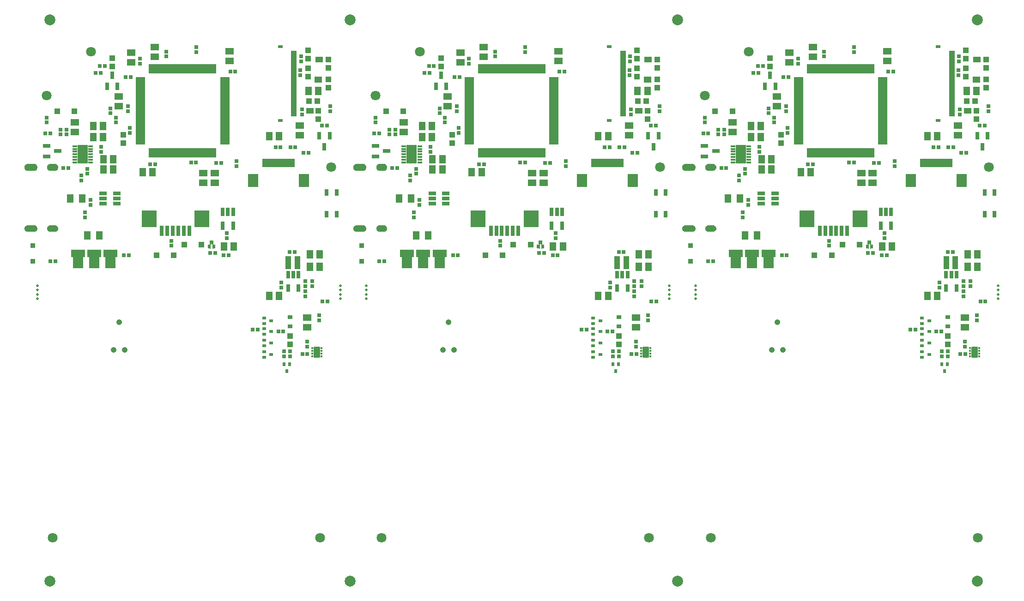
<source format=gts>
G04 Layer_Color=8388736*
%FSLAX25Y25*%
%MOIN*%
G70*
G01*
G75*
%ADD47R,0.00394X0.00394*%
%ADD48P,0.02895X4X90.0*%
%ADD75C,0.01969*%
%ADD136R,0.03937X0.47244*%
%ADD137R,0.23622X0.05906*%
%ADD138R,0.49134X0.06614*%
%ADD139R,0.06614X0.49134*%
%ADD140R,0.00984X0.05906*%
%ADD141R,0.00984X0.05866*%
%ADD142C,0.07874*%
%ADD143R,0.02953X0.02913*%
%ADD144R,0.03740X0.02953*%
%ADD145R,0.02953X0.05118*%
%ADD146R,0.03740X0.01772*%
%ADD147R,0.03740X0.02165*%
%ADD148R,0.10827X0.12402*%
%ADD149R,0.02953X0.07677*%
%ADD150R,0.03937X0.09252*%
%ADD151R,0.05315X0.02874*%
%ADD152R,0.02874X0.05315*%
%ADD153R,0.03741X0.03347*%
%ADD154R,0.02953X0.06103*%
%ADD155R,0.04134X0.04331*%
%ADD156R,0.07678X0.09252*%
%ADD157R,0.01772X0.05709*%
%ADD158R,0.04843X0.06181*%
%ADD159R,0.06181X0.04843*%
%ADD160R,0.04252X0.04095*%
%ADD161R,0.04095X0.04252*%
%ADD162R,0.02913X0.02953*%
%ADD163R,0.01300X0.01497*%
G04:AMPARAMS|DCode=164|XSize=76.78mil|YSize=46.85mil|CornerRadius=3.36mil|HoleSize=0mil|Usage=FLASHONLY|Rotation=270.000|XOffset=0mil|YOffset=0mil|HoleType=Round|Shape=RoundedRectangle|*
%AMROUNDEDRECTD164*
21,1,0.07678,0.04012,0,0,270.0*
21,1,0.07005,0.04685,0,0,270.0*
1,1,0.00672,-0.02006,-0.03503*
1,1,0.00672,-0.02006,0.03503*
1,1,0.00672,0.02006,0.03503*
1,1,0.00672,0.02006,-0.03503*
%
%ADD164ROUNDEDRECTD164*%
%ADD165R,0.03347X0.01575*%
%ADD166R,0.07284X0.13583*%
%ADD167R,0.05669X0.02874*%
%ADD168R,0.02874X0.05669*%
%ADD169R,0.07481X0.08780*%
%ADD170R,0.10237X0.05315*%
%ADD171R,0.04528X0.06497*%
%ADD172R,0.02953X0.02008*%
%ADD173R,0.02008X0.02953*%
%ADD174R,0.01691X0.06391*%
%ADD175R,0.06391X0.01691*%
%ADD176R,0.02560X0.02953*%
%ADD177R,0.02166X0.02953*%
%ADD178C,0.07087*%
%ADD179C,0.00600*%
%ADD180C,0.00591*%
%ADD181O,0.09252X0.04528*%
%ADD182O,0.07677X0.04528*%
%ADD183C,0.04134*%
G36*
X691011Y390686D02*
X691056Y390675D01*
X691069Y390669D01*
X691260D01*
Y390400D01*
X691261Y390393D01*
Y389331D01*
X691260Y389325D01*
Y387841D01*
X691261Y387834D01*
Y386772D01*
X691260Y386766D01*
Y386496D01*
X691069D01*
X691056Y386491D01*
X691011Y386480D01*
X690964Y386476D01*
X689390D01*
X689344Y386480D01*
X689299Y386491D01*
X689285Y386496D01*
X687881D01*
X687867Y386491D01*
X687822Y386480D01*
X687775Y386476D01*
X686201D01*
X686155Y386480D01*
X686110Y386491D01*
X686096Y386496D01*
X685906D01*
Y386766D01*
X685905Y386772D01*
Y387834D01*
X685906Y387841D01*
Y389325D01*
X685905Y389331D01*
Y390393D01*
X685906Y390400D01*
Y390669D01*
X686096D01*
X686110Y390675D01*
X686155Y390686D01*
X686201Y390689D01*
X687775D01*
X687822Y390686D01*
X687867Y390675D01*
X687881Y390669D01*
X689285D01*
X689299Y390675D01*
X689344Y390686D01*
X689390Y390689D01*
X690964D01*
X691011Y390686D01*
D02*
G37*
G36*
X453609D02*
X453654Y390675D01*
X453668Y390669D01*
X453859D01*
Y390400D01*
X453859Y390393D01*
Y389331D01*
X453859Y389325D01*
Y387841D01*
X453859Y387834D01*
Y386772D01*
X453859Y386766D01*
Y386496D01*
X453668D01*
X453654Y386491D01*
X453609Y386480D01*
X453563Y386476D01*
X451989D01*
X451943Y386480D01*
X451897Y386491D01*
X451884Y386496D01*
X450479D01*
X450465Y386491D01*
X450420Y386480D01*
X450374Y386476D01*
X448800D01*
X448754Y386480D01*
X448708Y386491D01*
X448695Y386496D01*
X448504D01*
Y386766D01*
X448504Y386772D01*
Y387834D01*
X448504Y387841D01*
Y389325D01*
X448504Y389331D01*
Y390393D01*
X448504Y390400D01*
Y390669D01*
X448695D01*
X448708Y390675D01*
X448754Y390686D01*
X448800Y390689D01*
X450374D01*
X450420Y390686D01*
X450465Y390675D01*
X450479Y390669D01*
X451884D01*
X451897Y390675D01*
X451943Y390686D01*
X451989Y390689D01*
X453563D01*
X453609Y390686D01*
D02*
G37*
G36*
X216208D02*
X216253Y390675D01*
X216266Y390669D01*
X216457D01*
Y390400D01*
X216458Y390393D01*
Y389331D01*
X216457Y389325D01*
Y387841D01*
X216458Y387834D01*
Y386772D01*
X216457Y386766D01*
Y386496D01*
X216266D01*
X216253Y386491D01*
X216208Y386480D01*
X216161Y386476D01*
X214587D01*
X214541Y386480D01*
X214496Y386491D01*
X214482Y386496D01*
X213077D01*
X213064Y386491D01*
X213019Y386480D01*
X212972Y386476D01*
X211398D01*
X211352Y386480D01*
X211307Y386491D01*
X211293Y386496D01*
X211103D01*
Y386766D01*
X211102Y386772D01*
Y387834D01*
X211103Y387841D01*
Y389325D01*
X211102Y389331D01*
Y390393D01*
X211103Y390400D01*
Y390669D01*
X211293D01*
X211307Y390675D01*
X211352Y390686D01*
X211398Y390689D01*
X212972D01*
X213019Y390686D01*
X213064Y390675D01*
X213077Y390669D01*
X214482D01*
X214496Y390675D01*
X214541Y390686D01*
X214587Y390689D01*
X216161D01*
X216208Y390686D01*
D02*
G37*
G36*
X690617Y376119D02*
X690662Y376108D01*
X690676Y376102D01*
X690866D01*
Y375833D01*
X690867Y375826D01*
Y374764D01*
X690866Y374758D01*
Y373274D01*
X690867Y373267D01*
Y372205D01*
X690866Y372199D01*
Y371929D01*
X690676D01*
X690662Y371924D01*
X690617Y371913D01*
X690571Y371909D01*
X688997D01*
X688950Y371913D01*
X688905Y371924D01*
X688892Y371929D01*
X687487D01*
X687473Y371924D01*
X687428Y371913D01*
X687382Y371909D01*
X685808D01*
X685761Y371913D01*
X685716Y371924D01*
X685703Y371929D01*
X685512D01*
Y372199D01*
X685511Y372205D01*
Y373267D01*
X685512Y373274D01*
Y374758D01*
X685511Y374764D01*
Y375826D01*
X685512Y375833D01*
Y376102D01*
X685703D01*
X685716Y376108D01*
X685761Y376119D01*
X685808Y376122D01*
X687382D01*
X687428Y376119D01*
X687473Y376108D01*
X687487Y376102D01*
X688892D01*
X688905Y376108D01*
X688950Y376119D01*
X688997Y376122D01*
X690571D01*
X690617Y376119D01*
D02*
G37*
G36*
X453216D02*
X453261Y376108D01*
X453274Y376102D01*
X453465D01*
Y375833D01*
X453465Y375826D01*
Y374764D01*
X453465Y374758D01*
Y373274D01*
X453465Y373267D01*
Y372205D01*
X453465Y372199D01*
Y371929D01*
X453274D01*
X453261Y371924D01*
X453216Y371913D01*
X453169Y371909D01*
X451595D01*
X451549Y371913D01*
X451504Y371924D01*
X451490Y371929D01*
X450085D01*
X450072Y371924D01*
X450027Y371913D01*
X449980Y371909D01*
X448406D01*
X448360Y371913D01*
X448315Y371924D01*
X448301Y371929D01*
X448110D01*
Y372199D01*
X448110Y372205D01*
Y373267D01*
X448110Y373274D01*
Y374758D01*
X448110Y374764D01*
Y375826D01*
X448110Y375833D01*
Y376102D01*
X448301D01*
X448315Y376108D01*
X448360Y376119D01*
X448406Y376122D01*
X449980D01*
X450027Y376119D01*
X450072Y376108D01*
X450085Y376102D01*
X451490D01*
X451504Y376108D01*
X451549Y376119D01*
X451595Y376122D01*
X453169D01*
X453216Y376119D01*
D02*
G37*
G36*
X215814D02*
X215859Y376108D01*
X215873Y376102D01*
X216063D01*
Y375833D01*
X216064Y375826D01*
Y374764D01*
X216063Y374758D01*
Y373274D01*
X216064Y373267D01*
Y372205D01*
X216063Y372199D01*
Y371929D01*
X215873D01*
X215859Y371924D01*
X215814Y371913D01*
X215768Y371909D01*
X214194D01*
X214147Y371913D01*
X214102Y371924D01*
X214089Y371929D01*
X212684D01*
X212670Y371924D01*
X212625Y371913D01*
X212579Y371909D01*
X211005D01*
X210958Y371913D01*
X210913Y371924D01*
X210900Y371929D01*
X210709D01*
Y372199D01*
X210708Y372205D01*
Y373267D01*
X210709Y373274D01*
Y374758D01*
X210708Y374764D01*
Y375826D01*
X210709Y375833D01*
Y376102D01*
X210900D01*
X210913Y376108D01*
X210958Y376119D01*
X211005Y376122D01*
X212579D01*
X212625Y376119D01*
X212670Y376108D01*
X212684Y376102D01*
X214089D01*
X214102Y376108D01*
X214147Y376119D01*
X214194Y376122D01*
X215768D01*
X215814Y376119D01*
D02*
G37*
G36*
X684318Y353678D02*
X684363Y353667D01*
X684376Y353661D01*
X684567D01*
Y353392D01*
X684568Y353385D01*
Y352323D01*
X684567Y352317D01*
Y350833D01*
X684568Y350826D01*
Y349764D01*
X684567Y349758D01*
Y349488D01*
X684376D01*
X684363Y349483D01*
X684318Y349472D01*
X684271Y349468D01*
X682697D01*
X682651Y349472D01*
X682606Y349483D01*
X682592Y349488D01*
X681187D01*
X681174Y349483D01*
X681129Y349472D01*
X681082Y349468D01*
X679508D01*
X679462Y349472D01*
X679417Y349483D01*
X679403Y349488D01*
X679213D01*
Y349758D01*
X679212Y349764D01*
Y350826D01*
X679213Y350833D01*
Y352317D01*
X679212Y352323D01*
Y353385D01*
X679213Y353392D01*
Y353661D01*
X679403D01*
X679417Y353667D01*
X679462Y353678D01*
X679508Y353681D01*
X681082D01*
X681129Y353678D01*
X681174Y353667D01*
X681187Y353661D01*
X682592D01*
X682606Y353667D01*
X682651Y353678D01*
X682697Y353681D01*
X684271D01*
X684318Y353678D01*
D02*
G37*
G36*
X446916D02*
X446961Y353667D01*
X446975Y353661D01*
X447166D01*
Y353392D01*
X447166Y353385D01*
Y352323D01*
X447166Y352317D01*
Y350833D01*
X447166Y350826D01*
Y349764D01*
X447166Y349758D01*
Y349488D01*
X446975D01*
X446961Y349483D01*
X446916Y349472D01*
X446870Y349468D01*
X445296D01*
X445250Y349472D01*
X445204Y349483D01*
X445191Y349488D01*
X443786D01*
X443773Y349483D01*
X443727Y349472D01*
X443681Y349468D01*
X442107D01*
X442061Y349472D01*
X442016Y349483D01*
X442002Y349488D01*
X441811D01*
Y349758D01*
X441811Y349764D01*
Y350826D01*
X441811Y350833D01*
Y352317D01*
X441811Y352323D01*
Y353385D01*
X441811Y353392D01*
Y353661D01*
X442002D01*
X442016Y353667D01*
X442061Y353678D01*
X442107Y353681D01*
X443681D01*
X443727Y353678D01*
X443773Y353667D01*
X443786Y353661D01*
X445191D01*
X445204Y353667D01*
X445250Y353678D01*
X445296Y353681D01*
X446870D01*
X446916Y353678D01*
D02*
G37*
G36*
X209515D02*
X209560Y353667D01*
X209574Y353661D01*
X209764D01*
Y353392D01*
X209765Y353385D01*
Y352323D01*
X209764Y352317D01*
Y350833D01*
X209765Y350826D01*
Y349764D01*
X209764Y349758D01*
Y349488D01*
X209574D01*
X209560Y349483D01*
X209515Y349472D01*
X209469Y349468D01*
X207894D01*
X207848Y349472D01*
X207803Y349483D01*
X207789Y349488D01*
X206384D01*
X206371Y349483D01*
X206326Y349472D01*
X206279Y349468D01*
X204706D01*
X204659Y349472D01*
X204614Y349483D01*
X204601Y349488D01*
X204410D01*
Y349758D01*
X204409Y349764D01*
Y350826D01*
X204410Y350833D01*
Y352317D01*
X204409Y352323D01*
Y353385D01*
X204410Y353392D01*
Y353661D01*
X204601D01*
X204614Y353667D01*
X204659Y353678D01*
X204706Y353681D01*
X206279D01*
X206326Y353678D01*
X206371Y353667D01*
X206384Y353661D01*
X207789D01*
X207803Y353667D01*
X207848Y353678D01*
X207894Y353681D01*
X209469D01*
X209515Y353678D01*
D02*
G37*
G36*
X499381Y312728D02*
X500051Y312058D01*
X500413Y311182D01*
Y310709D01*
Y310235D01*
X500051Y309360D01*
X499381Y308690D01*
X498506Y308327D01*
X494408D01*
X493533Y308690D01*
X492863Y309360D01*
X492500Y310235D01*
Y310709D01*
Y311182D01*
X492863Y312058D01*
X493533Y312728D01*
X494408Y313090D01*
X498506D01*
X499381Y312728D01*
D02*
G37*
G36*
X484420D02*
X485090Y312058D01*
X485452Y311182D01*
Y310709D01*
Y310235D01*
X485090Y309360D01*
X484420Y308690D01*
X483545Y308327D01*
X477873D01*
X476998Y308690D01*
X476328Y309360D01*
X475965Y310235D01*
Y310709D01*
Y311182D01*
X476328Y312058D01*
X476998Y312728D01*
X477873Y313090D01*
X483545D01*
X484420Y312728D01*
D02*
G37*
G36*
X261979D02*
X262649Y312058D01*
X263012Y311182D01*
Y310709D01*
Y310235D01*
X262649Y309360D01*
X261979Y308690D01*
X261104Y308327D01*
X257007D01*
X256131Y308690D01*
X255462Y309360D01*
X255099Y310235D01*
Y310709D01*
Y311182D01*
X255462Y312058D01*
X256131Y312728D01*
X257007Y313090D01*
X261104D01*
X261979Y312728D01*
D02*
G37*
G36*
X247018D02*
X247688Y312058D01*
X248051Y311182D01*
Y310709D01*
Y310235D01*
X247688Y309360D01*
X247018Y308690D01*
X246143Y308327D01*
X240472D01*
X239596Y308690D01*
X238927Y309360D01*
X238564Y310235D01*
Y310709D01*
Y311182D01*
X238927Y312058D01*
X239596Y312728D01*
X240472Y313090D01*
X246143D01*
X247018Y312728D01*
D02*
G37*
G36*
X24578D02*
X25248Y312058D01*
X25610Y311182D01*
Y310709D01*
Y310235D01*
X25248Y309360D01*
X24578Y308690D01*
X23703Y308327D01*
X19605D01*
X18730Y308690D01*
X18060Y309360D01*
X17697Y310235D01*
Y310709D01*
Y311182D01*
X18060Y312058D01*
X18730Y312728D01*
X19605Y313090D01*
X23703D01*
X24578Y312728D01*
D02*
G37*
G36*
X9617D02*
X10287Y312058D01*
X10649Y311182D01*
Y310709D01*
Y310235D01*
X10287Y309360D01*
X9617Y308690D01*
X8742Y308327D01*
X3070D01*
X2195Y308690D01*
X1525Y309360D01*
X1162Y310235D01*
Y310709D01*
Y311182D01*
X1525Y312058D01*
X2195Y312728D01*
X3070Y313090D01*
X8742D01*
X9617Y312728D01*
D02*
G37*
G36*
X499381Y268476D02*
X500051Y267806D01*
X500413Y266930D01*
Y266457D01*
Y265983D01*
X500051Y265108D01*
X499381Y264438D01*
X498506Y264075D01*
X494408D01*
X493533Y264438D01*
X492863Y265108D01*
X492500Y265983D01*
Y266457D01*
Y266930D01*
X492863Y267806D01*
X493533Y268476D01*
X494408Y268838D01*
X498506D01*
X499381Y268476D01*
D02*
G37*
G36*
X484420D02*
X485090Y267806D01*
X485452Y266930D01*
Y266457D01*
Y265983D01*
X485090Y265108D01*
X484420Y264438D01*
X483545Y264075D01*
X477873D01*
X476998Y264438D01*
X476328Y265108D01*
X475965Y265983D01*
Y266457D01*
Y266930D01*
X476328Y267806D01*
X476998Y268476D01*
X477873Y268838D01*
X483545D01*
X484420Y268476D01*
D02*
G37*
G36*
X261979D02*
X262649Y267806D01*
X263012Y266930D01*
Y266457D01*
Y265983D01*
X262649Y265108D01*
X261979Y264438D01*
X261104Y264075D01*
X257007D01*
X256131Y264438D01*
X255462Y265108D01*
X255099Y265983D01*
Y266457D01*
Y266930D01*
X255462Y267806D01*
X256131Y268476D01*
X257007Y268838D01*
X261104D01*
X261979Y268476D01*
D02*
G37*
G36*
X247018D02*
X247688Y267806D01*
X248051Y266930D01*
Y266457D01*
Y265983D01*
X247688Y265108D01*
X247018Y264438D01*
X246143Y264075D01*
X240472D01*
X239596Y264438D01*
X238927Y265108D01*
X238564Y265983D01*
Y266457D01*
Y266930D01*
X238927Y267806D01*
X239596Y268476D01*
X240472Y268838D01*
X246143D01*
X247018Y268476D01*
D02*
G37*
G36*
X24578D02*
X25248Y267806D01*
X25610Y266930D01*
Y266457D01*
Y265983D01*
X25248Y265108D01*
X24578Y264438D01*
X23703Y264075D01*
X19605D01*
X18730Y264438D01*
X18060Y265108D01*
X17697Y265983D01*
Y266457D01*
Y266930D01*
X18060Y267806D01*
X18730Y268476D01*
X19605Y268838D01*
X23703D01*
X24578Y268476D01*
D02*
G37*
G36*
X9617D02*
X10287Y267806D01*
X10649Y266930D01*
Y266457D01*
Y265983D01*
X10287Y265108D01*
X9617Y264438D01*
X8742Y264075D01*
X3070D01*
X2195Y264438D01*
X1525Y265108D01*
X1162Y265983D01*
Y266457D01*
Y266930D01*
X1525Y267806D01*
X2195Y268476D01*
X3070Y268838D01*
X8742D01*
X9617Y268476D01*
D02*
G37*
D47*
X214980Y375296D02*
D03*
Y372736D02*
D03*
X211792D02*
D03*
Y375296D02*
D03*
X205493Y352855D02*
D03*
Y350295D02*
D03*
X208681D02*
D03*
Y352855D02*
D03*
X215374Y389863D02*
D03*
Y387303D02*
D03*
X212186D02*
D03*
Y389863D02*
D03*
X452382Y375296D02*
D03*
Y372736D02*
D03*
X449194D02*
D03*
Y375296D02*
D03*
X442895Y352855D02*
D03*
Y350295D02*
D03*
X446082D02*
D03*
Y352855D02*
D03*
X452775Y389863D02*
D03*
Y387303D02*
D03*
X449587D02*
D03*
Y389863D02*
D03*
X689783Y375296D02*
D03*
Y372736D02*
D03*
X686595D02*
D03*
Y375296D02*
D03*
X680296Y352855D02*
D03*
Y350295D02*
D03*
X683484D02*
D03*
Y352855D02*
D03*
X690177Y389863D02*
D03*
Y387303D02*
D03*
X686989D02*
D03*
Y389863D02*
D03*
D48*
X213386Y374016D02*
D03*
X207087Y351575D02*
D03*
X213780Y388583D02*
D03*
X450788Y374016D02*
D03*
X444488Y351575D02*
D03*
X451181Y388583D02*
D03*
X688189Y374016D02*
D03*
X681890Y351575D02*
D03*
X688583Y388583D02*
D03*
D75*
X10630Y225197D02*
D03*
Y222047D02*
D03*
Y218898D02*
D03*
Y215748D02*
D03*
X229134D02*
D03*
Y218898D02*
D03*
Y222047D02*
D03*
Y225197D02*
D03*
X248032D02*
D03*
Y222047D02*
D03*
Y218898D02*
D03*
Y215748D02*
D03*
X466536D02*
D03*
Y218898D02*
D03*
Y222047D02*
D03*
Y225197D02*
D03*
X485433D02*
D03*
Y222047D02*
D03*
Y218898D02*
D03*
Y215748D02*
D03*
X703937D02*
D03*
Y218898D02*
D03*
Y222047D02*
D03*
Y225197D02*
D03*
D136*
X195670Y371260D02*
D03*
X433072D02*
D03*
X670473D02*
D03*
D137*
X184449Y313976D02*
D03*
X421851D02*
D03*
X659252D02*
D03*
D138*
X115355Y381969D02*
D03*
X115355Y321181D02*
D03*
X352756Y381969D02*
D03*
X352756Y321181D02*
D03*
X590158Y381969D02*
D03*
X590158Y321181D02*
D03*
D139*
X84961Y351575D02*
D03*
X145749Y351575D02*
D03*
X322363Y351575D02*
D03*
X383150Y351575D02*
D03*
X559764Y351575D02*
D03*
X620552Y351575D02*
D03*
D140*
X137107Y254921D02*
D03*
X374508D02*
D03*
X611910D02*
D03*
D141*
X135335Y254941D02*
D03*
X372737D02*
D03*
X610138D02*
D03*
D142*
X472441Y11811D02*
D03*
X236221D02*
D03*
Y417323D02*
D03*
X472441D02*
D03*
X688976D02*
D03*
X19685D02*
D03*
Y11811D02*
D03*
X688976D02*
D03*
D143*
X17323Y346673D02*
D03*
X17323Y343091D02*
D03*
X200394Y377343D02*
D03*
X200394Y380925D02*
D03*
X200788Y387185D02*
D03*
X200788Y390768D02*
D03*
X186615Y223799D02*
D03*
X186615Y227382D02*
D03*
X48819Y287224D02*
D03*
X48819Y283642D02*
D03*
X56693Y321831D02*
D03*
X56693Y325413D02*
D03*
X209055Y224980D02*
D03*
X209055Y228563D02*
D03*
X27166Y338012D02*
D03*
X27166Y334429D02*
D03*
X84646Y385610D02*
D03*
X84646Y389193D02*
D03*
X67323Y346673D02*
D03*
X67323Y343091D02*
D03*
X77166Y335610D02*
D03*
X77166Y339193D02*
D03*
X201575Y352579D02*
D03*
X201575Y348996D02*
D03*
X107087Y257697D02*
D03*
X107087Y254114D02*
D03*
X205118Y181280D02*
D03*
X205118Y184862D02*
D03*
X75985Y354941D02*
D03*
X75985Y351358D02*
D03*
X203937Y228563D02*
D03*
X203937Y224980D02*
D03*
X203937Y217500D02*
D03*
X203937Y221083D02*
D03*
X103544Y394311D02*
D03*
X103544Y390728D02*
D03*
X44882Y274587D02*
D03*
X44882Y278169D02*
D03*
X42126Y304941D02*
D03*
X42126Y301358D02*
D03*
X147245Y263209D02*
D03*
X147245Y259626D02*
D03*
X31496Y334429D02*
D03*
X31496Y338012D02*
D03*
X46457Y309665D02*
D03*
X46457Y306083D02*
D03*
X63386Y349783D02*
D03*
X63386Y353366D02*
D03*
X192914Y174193D02*
D03*
X192914Y177776D02*
D03*
X213780Y200177D02*
D03*
X213780Y203760D02*
D03*
X154331Y315177D02*
D03*
X154331Y311595D02*
D03*
X188583Y177776D02*
D03*
X188583Y174193D02*
D03*
X125197Y397461D02*
D03*
X125197Y393878D02*
D03*
X222048Y354941D02*
D03*
X222048Y351358D02*
D03*
X254725Y346673D02*
D03*
X254725Y343091D02*
D03*
X437796Y377343D02*
D03*
X437796Y380925D02*
D03*
X438189Y387185D02*
D03*
X438189Y390768D02*
D03*
X424016Y223799D02*
D03*
X424016Y227382D02*
D03*
X286221Y287224D02*
D03*
X286221Y283642D02*
D03*
X294095Y321831D02*
D03*
X294095Y325413D02*
D03*
X446457Y224980D02*
D03*
X446457Y228563D02*
D03*
X264567Y338012D02*
D03*
X264567Y334429D02*
D03*
X322048Y385610D02*
D03*
X322048Y389193D02*
D03*
X304725Y346673D02*
D03*
X304725Y343091D02*
D03*
X314567Y335610D02*
D03*
X314567Y339193D02*
D03*
X438977Y352579D02*
D03*
X438977Y348996D02*
D03*
X344489Y257697D02*
D03*
X344489Y254114D02*
D03*
X442520Y181280D02*
D03*
X442520Y184862D02*
D03*
X313386Y354941D02*
D03*
X313386Y351358D02*
D03*
X441339Y228563D02*
D03*
X441339Y224980D02*
D03*
X441339Y217500D02*
D03*
X441339Y221083D02*
D03*
X340945Y394311D02*
D03*
X340945Y390728D02*
D03*
X282284Y274587D02*
D03*
X282284Y278169D02*
D03*
X279528Y304941D02*
D03*
X279528Y301358D02*
D03*
X384646Y263209D02*
D03*
X384646Y259626D02*
D03*
X268898Y334429D02*
D03*
X268898Y338012D02*
D03*
X283859Y309665D02*
D03*
X283859Y306083D02*
D03*
X300788Y349783D02*
D03*
X300788Y353366D02*
D03*
X430315Y174193D02*
D03*
X430315Y177776D02*
D03*
X451181Y200177D02*
D03*
X451181Y203760D02*
D03*
X391733Y315177D02*
D03*
X391733Y311595D02*
D03*
X425985Y177776D02*
D03*
X425985Y174193D02*
D03*
X362599Y397461D02*
D03*
X362599Y393878D02*
D03*
X459449Y354941D02*
D03*
X459449Y351358D02*
D03*
X492126Y346673D02*
D03*
X492126Y343091D02*
D03*
X675197Y377343D02*
D03*
X675197Y380925D02*
D03*
X675591Y387185D02*
D03*
X675591Y390768D02*
D03*
X661418Y223799D02*
D03*
X661418Y227382D02*
D03*
X523622Y287224D02*
D03*
X523622Y283642D02*
D03*
X531496Y321831D02*
D03*
X531496Y325413D02*
D03*
X683858Y224980D02*
D03*
X683858Y228563D02*
D03*
X501969Y338012D02*
D03*
X501969Y334429D02*
D03*
X559449Y385610D02*
D03*
X559449Y389193D02*
D03*
X542126Y346673D02*
D03*
X542126Y343091D02*
D03*
X551969Y335610D02*
D03*
X551969Y339193D02*
D03*
X676378Y352579D02*
D03*
X676378Y348996D02*
D03*
X581890Y257697D02*
D03*
X581890Y254114D02*
D03*
X679921Y181280D02*
D03*
X679921Y184862D02*
D03*
X550788Y354941D02*
D03*
X550788Y351358D02*
D03*
X678740Y228563D02*
D03*
X678740Y224980D02*
D03*
X678740Y217500D02*
D03*
X678740Y221083D02*
D03*
X578347Y394311D02*
D03*
X578347Y390728D02*
D03*
X519685Y274587D02*
D03*
X519685Y278169D02*
D03*
X516929Y304941D02*
D03*
X516929Y301358D02*
D03*
X622048Y263209D02*
D03*
X622048Y259626D02*
D03*
X506299Y334429D02*
D03*
X506299Y338012D02*
D03*
X521260Y309665D02*
D03*
X521260Y306083D02*
D03*
X538189Y349783D02*
D03*
X538189Y353366D02*
D03*
X667717Y174193D02*
D03*
X667717Y177776D02*
D03*
X688583Y200177D02*
D03*
X688583Y203760D02*
D03*
X629134Y315177D02*
D03*
X629134Y311595D02*
D03*
X663386Y177776D02*
D03*
X663386Y174193D02*
D03*
X600000Y397461D02*
D03*
X600000Y393878D02*
D03*
X696851Y354941D02*
D03*
X696851Y351358D02*
D03*
D144*
X192914Y202559D02*
D03*
Y195866D02*
D03*
X430315Y202559D02*
D03*
Y195866D02*
D03*
X667717Y202559D02*
D03*
Y195866D02*
D03*
D145*
X226457Y276870D02*
D03*
X219370D02*
D03*
Y292421D02*
D03*
X226457D02*
D03*
X463859Y276870D02*
D03*
X456772D02*
D03*
Y292421D02*
D03*
X463859D02*
D03*
X701260Y276870D02*
D03*
X694173D02*
D03*
Y292421D02*
D03*
X701260D02*
D03*
D146*
X195670Y372244D02*
D03*
Y374213D02*
D03*
Y376181D02*
D03*
Y378150D02*
D03*
Y380118D02*
D03*
Y382087D02*
D03*
Y384055D02*
D03*
Y386024D02*
D03*
Y387992D02*
D03*
Y389961D02*
D03*
Y391929D02*
D03*
Y393898D02*
D03*
Y370276D02*
D03*
Y368307D02*
D03*
Y366339D02*
D03*
Y364370D02*
D03*
Y362402D02*
D03*
Y360433D02*
D03*
Y358465D02*
D03*
Y356496D02*
D03*
Y354528D02*
D03*
Y352559D02*
D03*
Y350590D02*
D03*
Y348622D02*
D03*
X433071Y372244D02*
D03*
Y374213D02*
D03*
Y376181D02*
D03*
Y378150D02*
D03*
Y380118D02*
D03*
Y382087D02*
D03*
Y384055D02*
D03*
Y386024D02*
D03*
Y387992D02*
D03*
Y389961D02*
D03*
Y391929D02*
D03*
Y393898D02*
D03*
Y370276D02*
D03*
Y368307D02*
D03*
Y366339D02*
D03*
Y364370D02*
D03*
Y362402D02*
D03*
Y360433D02*
D03*
Y358465D02*
D03*
Y356496D02*
D03*
Y354528D02*
D03*
Y352559D02*
D03*
Y350590D02*
D03*
Y348622D02*
D03*
X670473Y372244D02*
D03*
Y374213D02*
D03*
Y376181D02*
D03*
Y378150D02*
D03*
Y380118D02*
D03*
Y382087D02*
D03*
Y384055D02*
D03*
Y386024D02*
D03*
Y387992D02*
D03*
Y389961D02*
D03*
Y391929D02*
D03*
Y393898D02*
D03*
Y370276D02*
D03*
Y368307D02*
D03*
Y366339D02*
D03*
Y364370D02*
D03*
Y362402D02*
D03*
Y360433D02*
D03*
Y358465D02*
D03*
Y356496D02*
D03*
Y354528D02*
D03*
Y352559D02*
D03*
Y350590D02*
D03*
Y348622D02*
D03*
D147*
X185827Y397835D02*
D03*
Y344685D02*
D03*
X423229Y397835D02*
D03*
Y344685D02*
D03*
X660630Y397835D02*
D03*
Y344685D02*
D03*
D148*
X91142Y273504D02*
D03*
X129331D02*
D03*
X328544D02*
D03*
X366733D02*
D03*
X565945D02*
D03*
X604134D02*
D03*
D149*
X120080Y264961D02*
D03*
X116143D02*
D03*
X112206D02*
D03*
X108269D02*
D03*
X104332D02*
D03*
X100395D02*
D03*
X357481D02*
D03*
X353544D02*
D03*
X349607D02*
D03*
X345670D02*
D03*
X341733D02*
D03*
X337796D02*
D03*
X594883D02*
D03*
X590946D02*
D03*
X587009D02*
D03*
X583072D02*
D03*
X579135D02*
D03*
X575198D02*
D03*
D150*
X191634Y241732D02*
D03*
X198130D02*
D03*
X429036D02*
D03*
X435532D02*
D03*
X666437D02*
D03*
X672933D02*
D03*
D151*
X58052Y284449D02*
D03*
Y291929D02*
D03*
X67933D02*
D03*
Y288189D02*
D03*
Y284449D02*
D03*
X58052Y288189D02*
D03*
X295453Y284449D02*
D03*
Y291929D02*
D03*
X305335D02*
D03*
Y288189D02*
D03*
Y284449D02*
D03*
X295453Y288189D02*
D03*
X532855Y284449D02*
D03*
Y291929D02*
D03*
X542736D02*
D03*
Y288189D02*
D03*
Y284449D02*
D03*
X532855Y288189D02*
D03*
D152*
X199016Y223406D02*
D03*
X191535D02*
D03*
Y233288D02*
D03*
X195276D02*
D03*
X199016D02*
D03*
X436417Y223406D02*
D03*
X428937D02*
D03*
Y233288D02*
D03*
X432677D02*
D03*
X436417D02*
D03*
X673819Y223406D02*
D03*
X666338D02*
D03*
Y233288D02*
D03*
X670079D02*
D03*
X673819D02*
D03*
D153*
X7135Y242913D02*
D03*
Y254331D02*
D03*
X244536Y242913D02*
D03*
Y254331D02*
D03*
X481938Y242913D02*
D03*
Y254331D02*
D03*
D154*
X151772Y278543D02*
D03*
X148032D02*
D03*
X144292D02*
D03*
Y268701D02*
D03*
X151772D02*
D03*
X389173Y278543D02*
D03*
X385433D02*
D03*
X381693D02*
D03*
Y268701D02*
D03*
X389173D02*
D03*
X626575Y278543D02*
D03*
X622835D02*
D03*
X619095D02*
D03*
Y268701D02*
D03*
X626575D02*
D03*
D155*
X24903Y351182D02*
D03*
X37304D02*
D03*
X108956Y247243D02*
D03*
X96555D02*
D03*
X116635Y254725D02*
D03*
X129036D02*
D03*
X262304Y351182D02*
D03*
X274706D02*
D03*
X346358Y247243D02*
D03*
X333956D02*
D03*
X354036Y254725D02*
D03*
X366438D02*
D03*
X499706Y351182D02*
D03*
X512107D02*
D03*
X583759Y247243D02*
D03*
X571358D02*
D03*
X591438Y254725D02*
D03*
X603839D02*
D03*
D156*
X202756Y301181D02*
D03*
X166142D02*
D03*
X440158D02*
D03*
X403544D02*
D03*
X677559D02*
D03*
X640945D02*
D03*
D157*
X195276Y313976D02*
D03*
X193307D02*
D03*
X191339D02*
D03*
X189370D02*
D03*
X187402D02*
D03*
X185433D02*
D03*
X183465D02*
D03*
X181496D02*
D03*
X179528D02*
D03*
X177559D02*
D03*
X175591D02*
D03*
X173622D02*
D03*
X432678D02*
D03*
X430709D02*
D03*
X428741D02*
D03*
X426772D02*
D03*
X424804D02*
D03*
X422835D02*
D03*
X420867D02*
D03*
X418898D02*
D03*
X416930D02*
D03*
X414961D02*
D03*
X412993D02*
D03*
X411024D02*
D03*
X670079D02*
D03*
X668110D02*
D03*
X666142D02*
D03*
X664173D02*
D03*
X662205D02*
D03*
X660236D02*
D03*
X658268D02*
D03*
X656299D02*
D03*
X654331D02*
D03*
X652362D02*
D03*
X650394D02*
D03*
X648425D02*
D03*
D158*
X58288Y309055D02*
D03*
X65335Y309055D02*
D03*
X185020Y217717D02*
D03*
X177973Y217717D02*
D03*
X207107Y248031D02*
D03*
X214154Y248031D02*
D03*
X207107Y238976D02*
D03*
X214154Y238976D02*
D03*
X58288Y316535D02*
D03*
X65335Y316535D02*
D03*
X93682Y307087D02*
D03*
X86634Y307087D02*
D03*
X206319Y365748D02*
D03*
X213367Y365748D02*
D03*
X50807Y332677D02*
D03*
X57855Y332677D02*
D03*
X145296Y253543D02*
D03*
X152343Y253543D02*
D03*
X50807Y340551D02*
D03*
X57855Y340551D02*
D03*
X185020Y333071D02*
D03*
X177973Y333071D02*
D03*
X295689Y309055D02*
D03*
X302736Y309055D02*
D03*
X422422Y217717D02*
D03*
X415374Y217717D02*
D03*
X444508Y248031D02*
D03*
X451555Y248031D02*
D03*
X444508Y238976D02*
D03*
X451555Y238976D02*
D03*
X295689Y316535D02*
D03*
X302736Y316535D02*
D03*
X331083Y307087D02*
D03*
X324036Y307087D02*
D03*
X443721Y365748D02*
D03*
X450768Y365748D02*
D03*
X288209Y332677D02*
D03*
X295256Y332677D02*
D03*
X382697Y253543D02*
D03*
X389744Y253543D02*
D03*
X288209Y340551D02*
D03*
X295256Y340551D02*
D03*
X422422Y333071D02*
D03*
X415374Y333071D02*
D03*
X533091Y309055D02*
D03*
X540138Y309055D02*
D03*
X659823Y217717D02*
D03*
X652776Y217717D02*
D03*
X681910Y248031D02*
D03*
X688957Y248031D02*
D03*
X681910Y238976D02*
D03*
X688957Y238976D02*
D03*
X533091Y316535D02*
D03*
X540138Y316535D02*
D03*
X568484Y307087D02*
D03*
X561437Y307087D02*
D03*
X681122Y365748D02*
D03*
X688170Y365748D02*
D03*
X525610Y332677D02*
D03*
X532658Y332677D02*
D03*
X620099Y253543D02*
D03*
X627146Y253543D02*
D03*
X525610Y340551D02*
D03*
X532658Y340551D02*
D03*
X659823Y333071D02*
D03*
X652776Y333071D02*
D03*
D159*
X205118Y202343D02*
D03*
X205118Y195295D02*
D03*
X95276Y390571D02*
D03*
X95276Y397618D02*
D03*
X130315Y306673D02*
D03*
X130315Y299626D02*
D03*
X138583Y306673D02*
D03*
X138583Y299626D02*
D03*
X149213Y387421D02*
D03*
X149213Y394468D02*
D03*
X78347Y386634D02*
D03*
X78347Y393681D02*
D03*
X37402Y336240D02*
D03*
X37402Y343287D02*
D03*
X200000Y333878D02*
D03*
X200000Y340925D02*
D03*
X69292Y354744D02*
D03*
X69292Y361791D02*
D03*
X442520Y202343D02*
D03*
X442520Y195295D02*
D03*
X332678Y390571D02*
D03*
X332678Y397618D02*
D03*
X367717Y306673D02*
D03*
X367717Y299626D02*
D03*
X375985Y306673D02*
D03*
X375985Y299626D02*
D03*
X386614Y387421D02*
D03*
X386614Y394468D02*
D03*
X315748Y386634D02*
D03*
X315748Y393681D02*
D03*
X274803Y336240D02*
D03*
X274803Y343287D02*
D03*
X437402Y333878D02*
D03*
X437402Y340925D02*
D03*
X306693Y354744D02*
D03*
X306693Y361791D02*
D03*
X679921Y202343D02*
D03*
X679921Y195295D02*
D03*
X570079Y390571D02*
D03*
X570079Y397618D02*
D03*
X605118Y306673D02*
D03*
X605118Y299626D02*
D03*
X613386Y306673D02*
D03*
X613386Y299626D02*
D03*
X624016Y387421D02*
D03*
X624016Y394468D02*
D03*
X553150Y386634D02*
D03*
X553150Y393681D02*
D03*
X512205Y336240D02*
D03*
X512205Y343287D02*
D03*
X674803Y333878D02*
D03*
X674803Y340925D02*
D03*
X544095Y354744D02*
D03*
X544095Y361791D02*
D03*
D160*
X64567Y383583D02*
D03*
X64567Y389646D02*
D03*
X72441Y334134D02*
D03*
X72441Y328071D02*
D03*
X192914Y188858D02*
D03*
X192914Y182795D02*
D03*
X220473Y374291D02*
D03*
X220473Y368228D02*
D03*
X205906Y376102D02*
D03*
X205906Y382165D02*
D03*
X213386Y351457D02*
D03*
X213386Y345394D02*
D03*
X220473Y388465D02*
D03*
X220473Y382402D02*
D03*
X205906Y389094D02*
D03*
X205906Y395158D02*
D03*
X301969Y383583D02*
D03*
X301969Y389646D02*
D03*
X309843Y334134D02*
D03*
X309843Y328071D02*
D03*
X430315Y188858D02*
D03*
X430315Y182795D02*
D03*
X457874Y374291D02*
D03*
X457874Y368228D02*
D03*
X443307Y376102D02*
D03*
X443307Y382165D02*
D03*
X450788Y351457D02*
D03*
X450788Y345394D02*
D03*
X457874Y388465D02*
D03*
X457874Y382402D02*
D03*
X443307Y389094D02*
D03*
X443307Y395158D02*
D03*
X539370Y383583D02*
D03*
X539370Y389646D02*
D03*
X547244Y334134D02*
D03*
X547244Y328071D02*
D03*
X667717Y188858D02*
D03*
X667717Y182795D02*
D03*
X695276Y374291D02*
D03*
X695276Y368228D02*
D03*
X680709Y376102D02*
D03*
X680709Y382165D02*
D03*
X688189Y351457D02*
D03*
X688189Y345394D02*
D03*
X695276Y388465D02*
D03*
X695276Y382402D02*
D03*
X680709Y389094D02*
D03*
X680709Y395158D02*
D03*
D161*
X206418Y358661D02*
D03*
X212481Y358661D02*
D03*
X443819Y358661D02*
D03*
X449882Y358661D02*
D03*
X681221Y358661D02*
D03*
X687284Y358661D02*
D03*
D162*
X196280Y249606D02*
D03*
X192697Y249606D02*
D03*
X95493Y312992D02*
D03*
X91910Y312992D02*
D03*
X139548Y313779D02*
D03*
X143130Y313779D02*
D03*
X149784Y379921D02*
D03*
X153366Y379921D02*
D03*
X193091Y325197D02*
D03*
X196674Y325197D02*
D03*
X145059Y247244D02*
D03*
X148642Y247244D02*
D03*
X186044Y325197D02*
D03*
X182461Y325197D02*
D03*
X76595Y247244D02*
D03*
X73012Y247244D02*
D03*
X216319Y213779D02*
D03*
X219902Y213779D02*
D03*
X59272Y383858D02*
D03*
X55689Y383858D02*
D03*
X52540Y378740D02*
D03*
X56122Y378740D02*
D03*
X138800Y248819D02*
D03*
X135217Y248819D02*
D03*
X23445Y242913D02*
D03*
X19863Y242913D02*
D03*
X29311Y310236D02*
D03*
X32894Y310236D02*
D03*
X16319Y335039D02*
D03*
X19902Y335039D02*
D03*
X202540Y321260D02*
D03*
X206122Y321260D02*
D03*
X215926Y340945D02*
D03*
X219508Y340945D02*
D03*
X184430Y192126D02*
D03*
X188012Y192126D02*
D03*
X205335Y175984D02*
D03*
X201752Y175984D02*
D03*
X169508Y193701D02*
D03*
X165926Y193701D02*
D03*
X77776Y375984D02*
D03*
X74193Y375984D02*
D03*
X125020Y314173D02*
D03*
X121437Y314173D02*
D03*
X433681Y249606D02*
D03*
X430099Y249606D02*
D03*
X332894Y312992D02*
D03*
X329311Y312992D02*
D03*
X376949Y313779D02*
D03*
X380532Y313779D02*
D03*
X387185Y379921D02*
D03*
X390768Y379921D02*
D03*
X430492Y325197D02*
D03*
X434075Y325197D02*
D03*
X382461Y247244D02*
D03*
X386044Y247244D02*
D03*
X423445Y325197D02*
D03*
X419863Y325197D02*
D03*
X313996Y247244D02*
D03*
X310414Y247244D02*
D03*
X453721Y213779D02*
D03*
X457303Y213779D02*
D03*
X296673Y383858D02*
D03*
X293091Y383858D02*
D03*
X289941Y378740D02*
D03*
X293524Y378740D02*
D03*
X376201Y248819D02*
D03*
X372618Y248819D02*
D03*
X260847Y242913D02*
D03*
X257264Y242913D02*
D03*
X266713Y310236D02*
D03*
X270296Y310236D02*
D03*
X253721Y335039D02*
D03*
X257304Y335039D02*
D03*
X439941Y321260D02*
D03*
X443524Y321260D02*
D03*
X453327Y340945D02*
D03*
X456910Y340945D02*
D03*
X421831Y192126D02*
D03*
X425414Y192126D02*
D03*
X442736Y175984D02*
D03*
X439154Y175984D02*
D03*
X406910Y193701D02*
D03*
X403327Y193701D02*
D03*
X315177Y375984D02*
D03*
X311595Y375984D02*
D03*
X362422Y314173D02*
D03*
X358839Y314173D02*
D03*
X671083Y249606D02*
D03*
X667500Y249606D02*
D03*
X570295Y312992D02*
D03*
X566713Y312992D02*
D03*
X614351Y313779D02*
D03*
X617933Y313779D02*
D03*
X624587Y379921D02*
D03*
X628170Y379921D02*
D03*
X667894Y325197D02*
D03*
X671477Y325197D02*
D03*
X619863Y247244D02*
D03*
X623445Y247244D02*
D03*
X660847Y325197D02*
D03*
X657264Y325197D02*
D03*
X551398Y247244D02*
D03*
X547815Y247244D02*
D03*
X691122Y213779D02*
D03*
X694705Y213779D02*
D03*
X534075Y383858D02*
D03*
X530492Y383858D02*
D03*
X527343Y378740D02*
D03*
X530926Y378740D02*
D03*
X613603Y248819D02*
D03*
X610020Y248819D02*
D03*
X498248Y242913D02*
D03*
X494666Y242913D02*
D03*
X504114Y310236D02*
D03*
X507697Y310236D02*
D03*
X491122Y335039D02*
D03*
X494705Y335039D02*
D03*
X677343Y321260D02*
D03*
X680926Y321260D02*
D03*
X690729Y340945D02*
D03*
X694311Y340945D02*
D03*
X659233Y192126D02*
D03*
X662815Y192126D02*
D03*
X680138Y175984D02*
D03*
X676555Y175984D02*
D03*
X644311Y193701D02*
D03*
X640729Y193701D02*
D03*
X552579Y375984D02*
D03*
X548996Y375984D02*
D03*
X599823Y314173D02*
D03*
X596240Y314173D02*
D03*
D163*
X208859Y180118D02*
D03*
Y178149D02*
D03*
Y176181D02*
D03*
Y174212D02*
D03*
X215551D02*
D03*
Y176181D02*
D03*
Y178149D02*
D03*
Y180118D02*
D03*
X446261D02*
D03*
Y178149D02*
D03*
Y176181D02*
D03*
Y174212D02*
D03*
X452953D02*
D03*
Y176181D02*
D03*
Y178149D02*
D03*
Y180118D02*
D03*
X683662D02*
D03*
Y178149D02*
D03*
Y176181D02*
D03*
Y174212D02*
D03*
X690354D02*
D03*
Y176181D02*
D03*
Y178149D02*
D03*
Y180118D02*
D03*
D164*
X212205Y177165D02*
D03*
X449607D02*
D03*
X687008D02*
D03*
D165*
X37598Y320079D02*
D03*
Y322048D02*
D03*
Y324016D02*
D03*
Y325985D02*
D03*
Y318110D02*
D03*
Y316142D02*
D03*
Y314173D02*
D03*
X49016D02*
D03*
Y316142D02*
D03*
Y318110D02*
D03*
Y320079D02*
D03*
Y322048D02*
D03*
Y324016D02*
D03*
Y325985D02*
D03*
X275000Y320079D02*
D03*
Y322048D02*
D03*
Y324016D02*
D03*
Y325985D02*
D03*
Y318110D02*
D03*
Y316142D02*
D03*
Y314173D02*
D03*
X286418D02*
D03*
Y316142D02*
D03*
Y318110D02*
D03*
Y320079D02*
D03*
Y322048D02*
D03*
Y324016D02*
D03*
Y325985D02*
D03*
X512401Y320079D02*
D03*
Y322048D02*
D03*
Y324016D02*
D03*
Y325985D02*
D03*
Y318110D02*
D03*
Y316142D02*
D03*
Y314173D02*
D03*
X523819D02*
D03*
Y316142D02*
D03*
Y318110D02*
D03*
Y320079D02*
D03*
Y322048D02*
D03*
Y324016D02*
D03*
Y325985D02*
D03*
D166*
X43308Y320079D02*
D03*
X280709D02*
D03*
X518111D02*
D03*
D167*
X17225Y318701D02*
D03*
Y326181D02*
D03*
X25296Y322441D02*
D03*
X254626Y318701D02*
D03*
Y326181D02*
D03*
X262697Y322441D02*
D03*
X492028Y318701D02*
D03*
Y326181D02*
D03*
X500099Y322441D02*
D03*
D168*
X68308Y369193D02*
D03*
X60827D02*
D03*
X64567Y377264D02*
D03*
X213977Y333563D02*
D03*
X221457D02*
D03*
X217717Y325492D02*
D03*
X305709Y369193D02*
D03*
X298229D02*
D03*
X301969Y377264D02*
D03*
X451378Y333563D02*
D03*
X458859D02*
D03*
X455118Y325492D02*
D03*
X543111Y369193D02*
D03*
X535630D02*
D03*
X539370Y377264D02*
D03*
X688780Y333563D02*
D03*
X696260D02*
D03*
X692520Y325492D02*
D03*
D169*
X63386Y242126D02*
D03*
X51575D02*
D03*
X39764D02*
D03*
X300787D02*
D03*
X288976D02*
D03*
X277165D02*
D03*
X538189D02*
D03*
X526378D02*
D03*
X514567D02*
D03*
D170*
X63386Y248582D02*
D03*
X51575D02*
D03*
X39764D02*
D03*
X300787D02*
D03*
X288976D02*
D03*
X277165D02*
D03*
X538189D02*
D03*
X526378D02*
D03*
X514567D02*
D03*
D171*
X42914Y288189D02*
D03*
X34252D02*
D03*
X55119Y261417D02*
D03*
X46457D02*
D03*
X280316Y288189D02*
D03*
X271654D02*
D03*
X292520Y261417D02*
D03*
X283858D02*
D03*
X517717Y288189D02*
D03*
X509055D02*
D03*
X529922Y261417D02*
D03*
X521260D02*
D03*
D172*
X179331Y183858D02*
D03*
X174213Y181889D02*
D03*
Y185827D02*
D03*
X179331Y192126D02*
D03*
X174213Y190157D02*
D03*
Y194095D02*
D03*
X179331Y175591D02*
D03*
X174213Y173622D02*
D03*
Y177560D02*
D03*
X179331Y200000D02*
D03*
X174213Y198031D02*
D03*
Y201969D02*
D03*
X416733Y183858D02*
D03*
X411615Y181889D02*
D03*
Y185827D02*
D03*
X416733Y192126D02*
D03*
X411615Y190157D02*
D03*
Y194095D02*
D03*
X416733Y175591D02*
D03*
X411615Y173622D02*
D03*
Y177560D02*
D03*
X416733Y200000D02*
D03*
X411615Y198031D02*
D03*
Y201969D02*
D03*
X654134Y183858D02*
D03*
X649016Y181889D02*
D03*
Y185827D02*
D03*
X654134Y192126D02*
D03*
X649016Y190157D02*
D03*
Y194095D02*
D03*
X654134Y175591D02*
D03*
X649016Y173622D02*
D03*
Y177560D02*
D03*
X654134Y200000D02*
D03*
X649016Y198031D02*
D03*
Y201969D02*
D03*
D173*
X190552Y163583D02*
D03*
X188583Y168701D02*
D03*
X192521D02*
D03*
X427953Y163583D02*
D03*
X425984Y168701D02*
D03*
X429922D02*
D03*
X665355Y163583D02*
D03*
X663386Y168701D02*
D03*
X667324D02*
D03*
D174*
X91733Y381975D02*
D03*
X93701D02*
D03*
X95670D02*
D03*
X97638D02*
D03*
X99607D02*
D03*
X101575D02*
D03*
X103544D02*
D03*
X105512D02*
D03*
X107481D02*
D03*
X109449D02*
D03*
X111418D02*
D03*
X113386D02*
D03*
X115355D02*
D03*
X117324D02*
D03*
X119292D02*
D03*
X121261D02*
D03*
X123229D02*
D03*
X125198D02*
D03*
X127166D02*
D03*
X129135D02*
D03*
X131103D02*
D03*
X133072D02*
D03*
X135040D02*
D03*
X137009D02*
D03*
X138977D02*
D03*
Y321175D02*
D03*
X137009D02*
D03*
X135040D02*
D03*
X133072D02*
D03*
X131103D02*
D03*
X129135D02*
D03*
X127166D02*
D03*
X125198D02*
D03*
X123229D02*
D03*
X121261D02*
D03*
X119292D02*
D03*
X117324D02*
D03*
X115355D02*
D03*
X113386D02*
D03*
X111418D02*
D03*
X109449D02*
D03*
X107481D02*
D03*
X105512D02*
D03*
X103544D02*
D03*
X101575D02*
D03*
X99607D02*
D03*
X97638D02*
D03*
X95670D02*
D03*
X93701D02*
D03*
X91733D02*
D03*
X329134Y381975D02*
D03*
X331102D02*
D03*
X333071D02*
D03*
X335039D02*
D03*
X337008D02*
D03*
X338976D02*
D03*
X340945D02*
D03*
X342913D02*
D03*
X344882D02*
D03*
X346850D02*
D03*
X348819D02*
D03*
X350787D02*
D03*
X352756D02*
D03*
X354725D02*
D03*
X356693D02*
D03*
X358662D02*
D03*
X360630D02*
D03*
X362599D02*
D03*
X364567D02*
D03*
X366536D02*
D03*
X368504D02*
D03*
X370473D02*
D03*
X372441D02*
D03*
X374410D02*
D03*
X376378D02*
D03*
Y321175D02*
D03*
X374410D02*
D03*
X372441D02*
D03*
X370473D02*
D03*
X368504D02*
D03*
X366536D02*
D03*
X364567D02*
D03*
X362599D02*
D03*
X360630D02*
D03*
X358662D02*
D03*
X356693D02*
D03*
X354725D02*
D03*
X352756D02*
D03*
X350787D02*
D03*
X348819D02*
D03*
X346850D02*
D03*
X344882D02*
D03*
X342913D02*
D03*
X340945D02*
D03*
X338976D02*
D03*
X337008D02*
D03*
X335039D02*
D03*
X333071D02*
D03*
X331102D02*
D03*
X329134D02*
D03*
X566536Y381975D02*
D03*
X568504D02*
D03*
X570473D02*
D03*
X572441D02*
D03*
X574410D02*
D03*
X576378D02*
D03*
X578347D02*
D03*
X580315D02*
D03*
X582284D02*
D03*
X584252D02*
D03*
X586221D02*
D03*
X588189D02*
D03*
X590158D02*
D03*
X592127D02*
D03*
X594095D02*
D03*
X596064D02*
D03*
X598032D02*
D03*
X600001D02*
D03*
X601969D02*
D03*
X603938D02*
D03*
X605906D02*
D03*
X607875D02*
D03*
X609843D02*
D03*
X611812D02*
D03*
X613780D02*
D03*
Y321175D02*
D03*
X611812D02*
D03*
X609843D02*
D03*
X607875D02*
D03*
X605906D02*
D03*
X603938D02*
D03*
X601969D02*
D03*
X600001D02*
D03*
X598032D02*
D03*
X596064D02*
D03*
X594095D02*
D03*
X592127D02*
D03*
X590158D02*
D03*
X588189D02*
D03*
X586221D02*
D03*
X584252D02*
D03*
X582284D02*
D03*
X580315D02*
D03*
X578347D02*
D03*
X576378D02*
D03*
X574410D02*
D03*
X572441D02*
D03*
X570473D02*
D03*
X568504D02*
D03*
X566536D02*
D03*
D175*
X145755Y375197D02*
D03*
Y373229D02*
D03*
Y371260D02*
D03*
Y369292D02*
D03*
Y367323D02*
D03*
Y365355D02*
D03*
Y363386D02*
D03*
Y361418D02*
D03*
Y359449D02*
D03*
Y357481D02*
D03*
Y355512D02*
D03*
Y353544D02*
D03*
Y351575D02*
D03*
Y349606D02*
D03*
Y347638D02*
D03*
Y345669D02*
D03*
Y343701D02*
D03*
Y341732D02*
D03*
Y339764D02*
D03*
Y337795D02*
D03*
Y335827D02*
D03*
Y333858D02*
D03*
Y331890D02*
D03*
Y329921D02*
D03*
Y327953D02*
D03*
X84955D02*
D03*
Y329921D02*
D03*
Y331890D02*
D03*
Y333858D02*
D03*
Y335827D02*
D03*
Y337795D02*
D03*
Y339764D02*
D03*
Y341732D02*
D03*
Y343701D02*
D03*
Y345669D02*
D03*
Y347638D02*
D03*
Y349606D02*
D03*
Y351575D02*
D03*
Y353544D02*
D03*
Y355512D02*
D03*
Y357481D02*
D03*
Y359449D02*
D03*
Y361418D02*
D03*
Y363386D02*
D03*
Y365355D02*
D03*
Y367323D02*
D03*
Y369292D02*
D03*
Y371260D02*
D03*
Y373229D02*
D03*
Y375197D02*
D03*
X383156D02*
D03*
Y373229D02*
D03*
Y371260D02*
D03*
Y369292D02*
D03*
Y367323D02*
D03*
Y365355D02*
D03*
Y363386D02*
D03*
Y361418D02*
D03*
Y359449D02*
D03*
Y357481D02*
D03*
Y355512D02*
D03*
Y353544D02*
D03*
Y351575D02*
D03*
Y349606D02*
D03*
Y347638D02*
D03*
Y345669D02*
D03*
Y343701D02*
D03*
Y341732D02*
D03*
Y339764D02*
D03*
Y337795D02*
D03*
Y335827D02*
D03*
Y333858D02*
D03*
Y331890D02*
D03*
Y329921D02*
D03*
Y327953D02*
D03*
X322356D02*
D03*
Y329921D02*
D03*
Y331890D02*
D03*
Y333858D02*
D03*
Y335827D02*
D03*
Y337795D02*
D03*
Y339764D02*
D03*
Y341732D02*
D03*
Y343701D02*
D03*
Y345669D02*
D03*
Y347638D02*
D03*
Y349606D02*
D03*
Y351575D02*
D03*
Y353544D02*
D03*
Y355512D02*
D03*
Y357481D02*
D03*
Y359449D02*
D03*
Y361418D02*
D03*
Y363386D02*
D03*
Y365355D02*
D03*
Y367323D02*
D03*
Y369292D02*
D03*
Y371260D02*
D03*
Y373229D02*
D03*
Y375197D02*
D03*
X620558D02*
D03*
Y373229D02*
D03*
Y371260D02*
D03*
Y369292D02*
D03*
Y367323D02*
D03*
Y365355D02*
D03*
Y363386D02*
D03*
Y361418D02*
D03*
Y359449D02*
D03*
Y357481D02*
D03*
Y355512D02*
D03*
Y353544D02*
D03*
Y351575D02*
D03*
Y349606D02*
D03*
Y347638D02*
D03*
Y345669D02*
D03*
Y343701D02*
D03*
Y341732D02*
D03*
Y339764D02*
D03*
Y337795D02*
D03*
Y335827D02*
D03*
Y333858D02*
D03*
Y331890D02*
D03*
Y329921D02*
D03*
Y327953D02*
D03*
X559758D02*
D03*
Y329921D02*
D03*
Y331890D02*
D03*
Y333858D02*
D03*
Y335827D02*
D03*
Y337795D02*
D03*
Y339764D02*
D03*
Y341732D02*
D03*
Y343701D02*
D03*
Y345669D02*
D03*
Y347638D02*
D03*
Y349606D02*
D03*
Y351575D02*
D03*
Y353544D02*
D03*
Y355512D02*
D03*
Y357481D02*
D03*
Y359449D02*
D03*
Y361418D02*
D03*
Y363386D02*
D03*
Y365355D02*
D03*
Y367323D02*
D03*
Y369292D02*
D03*
Y371260D02*
D03*
Y373229D02*
D03*
Y375197D02*
D03*
D176*
X136221Y256693D02*
D03*
X373622D02*
D03*
X611024D02*
D03*
D177*
X137796Y253543D02*
D03*
X134646D02*
D03*
X375197D02*
D03*
X372047D02*
D03*
X612599D02*
D03*
X609449D02*
D03*
D178*
X222441Y311024D02*
D03*
X21654Y43307D02*
D03*
X49213Y394094D02*
D03*
X214567Y43307D02*
D03*
X17323Y362598D02*
D03*
X459843Y311024D02*
D03*
X259055Y43307D02*
D03*
X286614Y394094D02*
D03*
X451969Y43307D02*
D03*
X254725Y362598D02*
D03*
X697244Y311024D02*
D03*
X496457Y43307D02*
D03*
X524016Y394094D02*
D03*
X689370Y43307D02*
D03*
X492126Y362598D02*
D03*
D179*
X59055Y11811D02*
D03*
X649606Y417323D02*
D03*
X59055D02*
D03*
X649606Y11811D02*
D03*
D180*
X184646Y264961D02*
D03*
X47245Y360709D02*
D03*
X210618Y75276D02*
D03*
X422048Y264961D02*
D03*
X284646Y360709D02*
D03*
X448020Y75276D02*
D03*
X659449Y264961D02*
D03*
X522048Y360709D02*
D03*
X685422Y75276D02*
D03*
D181*
X5906Y310709D02*
D03*
Y266457D02*
D03*
X243307Y310709D02*
D03*
Y266457D02*
D03*
X480709Y310709D02*
D03*
Y266457D02*
D03*
D182*
X21654D02*
D03*
Y310709D02*
D03*
X259055Y266457D02*
D03*
Y310709D02*
D03*
X496457Y266457D02*
D03*
Y310709D02*
D03*
D183*
X73685Y178819D02*
D03*
X65685D02*
D03*
X69685Y198819D02*
D03*
X311087Y178819D02*
D03*
X303087D02*
D03*
X307087Y198819D02*
D03*
X548489Y178819D02*
D03*
X540488D02*
D03*
X544488Y198819D02*
D03*
M02*

</source>
